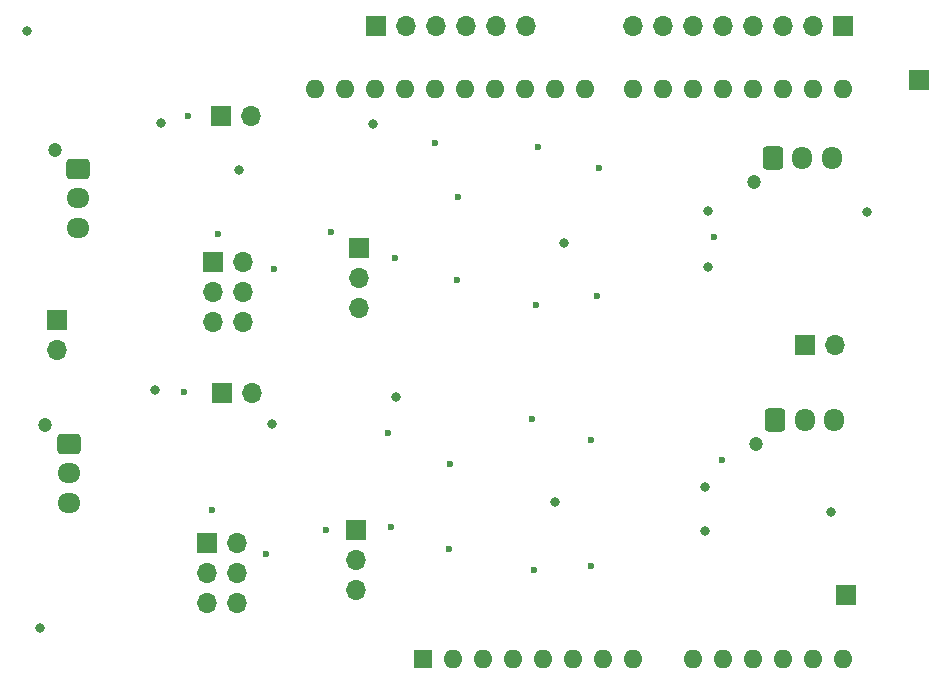
<source format=gbr>
%TF.GenerationSoftware,KiCad,Pcbnew,8.0.4*%
%TF.CreationDate,2024-11-27T12:35:37+01:00*%
%TF.ProjectId,Filtre_V2_FPGA_SMD-SMH_LD,46696c74-7265-45f5-9632-5f465047415f,rev?*%
%TF.SameCoordinates,Original*%
%TF.FileFunction,Soldermask,Bot*%
%TF.FilePolarity,Negative*%
%FSLAX46Y46*%
G04 Gerber Fmt 4.6, Leading zero omitted, Abs format (unit mm)*
G04 Created by KiCad (PCBNEW 8.0.4) date 2024-11-27 12:35:37*
%MOMM*%
%LPD*%
G01*
G04 APERTURE LIST*
G04 Aperture macros list*
%AMRoundRect*
0 Rectangle with rounded corners*
0 $1 Rounding radius*
0 $2 $3 $4 $5 $6 $7 $8 $9 X,Y pos of 4 corners*
0 Add a 4 corners polygon primitive as box body*
4,1,4,$2,$3,$4,$5,$6,$7,$8,$9,$2,$3,0*
0 Add four circle primitives for the rounded corners*
1,1,$1+$1,$2,$3*
1,1,$1+$1,$4,$5*
1,1,$1+$1,$6,$7*
1,1,$1+$1,$8,$9*
0 Add four rect primitives between the rounded corners*
20,1,$1+$1,$2,$3,$4,$5,0*
20,1,$1+$1,$4,$5,$6,$7,0*
20,1,$1+$1,$6,$7,$8,$9,0*
20,1,$1+$1,$8,$9,$2,$3,0*%
G04 Aperture macros list end*
%ADD10C,1.200000*%
%ADD11RoundRect,0.250000X-0.725000X0.600000X-0.725000X-0.600000X0.725000X-0.600000X0.725000X0.600000X0*%
%ADD12O,1.950000X1.700000*%
%ADD13R,1.700000X1.700000*%
%ADD14O,1.700000X1.700000*%
%ADD15RoundRect,0.250000X-0.600000X-0.725000X0.600000X-0.725000X0.600000X0.725000X-0.600000X0.725000X0*%
%ADD16O,1.700000X1.950000*%
%ADD17R,1.600000X1.600000*%
%ADD18O,1.600000X1.600000*%
%ADD19C,0.600000*%
%ADD20C,0.800000*%
G04 APERTURE END LIST*
D10*
%TO.C,J1*%
X106000000Y-76400000D03*
D11*
X108000000Y-78000000D03*
D12*
X108000000Y-80500000D03*
X108000000Y-83000000D03*
%TD*%
D13*
%TO.C,J11*%
X172780000Y-65900000D03*
D14*
X170240000Y-65900000D03*
X167700000Y-65900000D03*
X165160000Y-65900000D03*
X162620000Y-65900000D03*
X160080000Y-65900000D03*
X157540000Y-65900000D03*
X155000000Y-65900000D03*
%TD*%
D13*
%TO.C,J8*%
X173000000Y-114100000D03*
%TD*%
%TO.C,J13*%
X120175000Y-96975000D03*
D14*
X122715000Y-96975000D03*
%TD*%
D13*
%TO.C,J14*%
X118925000Y-109660000D03*
D14*
X118925000Y-112200000D03*
X118925000Y-114740000D03*
X121465000Y-109660000D03*
X121465000Y-112200000D03*
X121465000Y-114740000D03*
%TD*%
D13*
%TO.C,J10*%
X131500000Y-108620000D03*
D14*
X131500000Y-111160000D03*
X131500000Y-113700000D03*
%TD*%
D10*
%TO.C,RV1*%
X165200000Y-79100000D03*
D15*
X166800000Y-77100000D03*
D16*
X169300000Y-77100000D03*
X171800000Y-77100000D03*
%TD*%
D13*
%TO.C,J5*%
X120050000Y-73575000D03*
D14*
X122590000Y-73575000D03*
%TD*%
D13*
%TO.C,J6*%
X119425000Y-85875000D03*
D14*
X119425000Y-88415000D03*
X119425000Y-90955000D03*
X121965000Y-85875000D03*
X121965000Y-88415000D03*
X121965000Y-90955000D03*
%TD*%
D13*
%TO.C,J3*%
X131800000Y-84700000D03*
D14*
X131800000Y-87240000D03*
X131800000Y-89780000D03*
%TD*%
D13*
%TO.C,J2*%
X106200000Y-90825000D03*
D14*
X106200000Y-93365000D03*
%TD*%
D13*
%TO.C,J7*%
X179200000Y-70500000D03*
%TD*%
%TO.C,J12*%
X133200000Y-65900000D03*
D14*
X135740000Y-65900000D03*
X138280000Y-65900000D03*
X140820000Y-65900000D03*
X143360000Y-65900000D03*
X145900000Y-65900000D03*
%TD*%
D10*
%TO.C,RV2*%
X165400000Y-101300000D03*
D15*
X167000000Y-99300000D03*
D16*
X169500000Y-99300000D03*
X172000000Y-99300000D03*
%TD*%
D13*
%TO.C,J4*%
X169525000Y-92900000D03*
D14*
X172065000Y-92900000D03*
%TD*%
D10*
%TO.C,J9*%
X105200000Y-99700000D03*
D11*
X107200000Y-101300000D03*
D12*
X107200000Y-103800000D03*
X107200000Y-106300000D03*
%TD*%
D17*
%TO.C,A1*%
X137225000Y-119530000D03*
D18*
X139765000Y-119530000D03*
X142305000Y-119530000D03*
X144845000Y-119530000D03*
X147385000Y-119530000D03*
X149925000Y-119530000D03*
X152465000Y-119530000D03*
X155005000Y-119530000D03*
X160085000Y-119530000D03*
X162625000Y-119530000D03*
X165165000Y-119530000D03*
X167705000Y-119530000D03*
X170245000Y-119530000D03*
X172785000Y-119530000D03*
X172785000Y-71270000D03*
X170245000Y-71270000D03*
X167705000Y-71270000D03*
X165165000Y-71270000D03*
X162625000Y-71270000D03*
X160085000Y-71270000D03*
X157545000Y-71270000D03*
X155005000Y-71270000D03*
X150945000Y-71270000D03*
X148405000Y-71270000D03*
X145865000Y-71270000D03*
X143325000Y-71270000D03*
X140785000Y-71270000D03*
X138245000Y-71270000D03*
X135705000Y-71270000D03*
X133165000Y-71270000D03*
X130625000Y-71270000D03*
X128085000Y-71270000D03*
%TD*%
D19*
X140200000Y-80400000D03*
X139500000Y-103000000D03*
X139400000Y-110200000D03*
X140100000Y-87400000D03*
D20*
X133000000Y-74200000D03*
X114500000Y-96700000D03*
X148400000Y-106200000D03*
X161100000Y-108700000D03*
X134900000Y-97300000D03*
X161299996Y-86299996D03*
X174800000Y-81700000D03*
X161313173Y-81586827D03*
X115000000Y-74100000D03*
X161099974Y-104912500D03*
X149100000Y-84300000D03*
X121600000Y-78100000D03*
X104749997Y-116849997D03*
X103700000Y-66350000D03*
X171700000Y-107100000D03*
X124400000Y-99600000D03*
D19*
X134800000Y-85600000D03*
X138200000Y-75800000D03*
X146800000Y-89500000D03*
X146900000Y-76200000D03*
X151900000Y-88800000D03*
X134500000Y-108300000D03*
X134200000Y-100400000D03*
X146600000Y-112000000D03*
X146400000Y-99200000D03*
X151400000Y-111600000D03*
X119800000Y-83500000D03*
X124600000Y-86500000D03*
X129400000Y-83400000D03*
X117300000Y-73500000D03*
X117000000Y-96900000D03*
X129000000Y-108600000D03*
X119325000Y-106900000D03*
X123925000Y-110600000D03*
X161850000Y-83750000D03*
X152100000Y-77900000D03*
X151400000Y-101000000D03*
X162500001Y-102700001D03*
M02*

</source>
